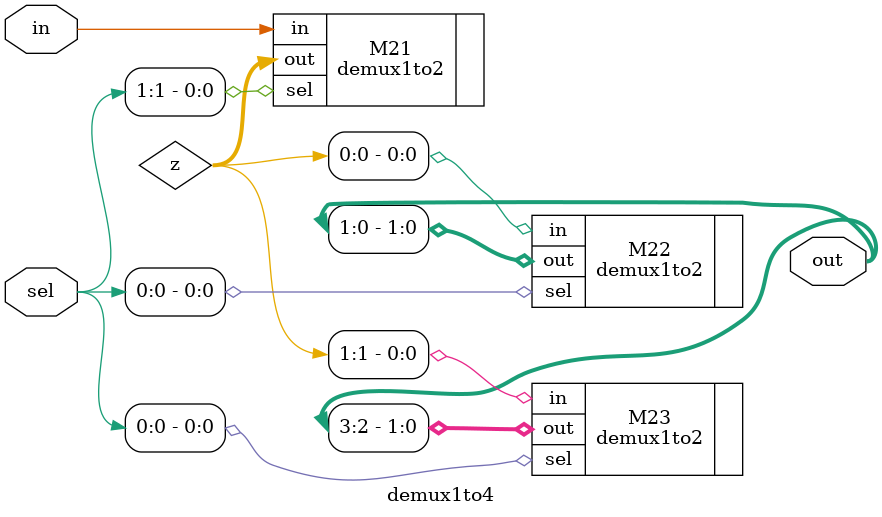
<source format=v>
`include "demux_2_v2.v"
module demux1to4 (in, sel, out);
    input in;
    input [1:0]sel;
    output [3:0]out;
    wire [1:0]z;

    demux1to2 M21 (.in(in), .sel(sel[1]), .out(z[1:0]));     
    demux1to2 M22 (.in(z[0]), .sel(sel[0]), .out(out[1:0])); 
    demux1to2 M23 (.in(z[1]), .sel(sel[0]), .out(out[3:2])); 
endmodule
</source>
